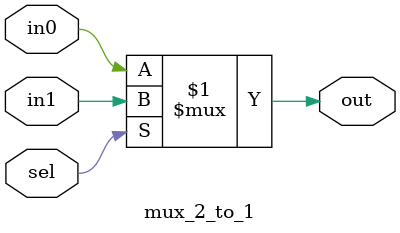
<source format=v>
module mux_2_to_1 (
                        input  wire  in0,
                        input  wire  in1,
                        input  wire  sel,
                        output wire  out              // the signal out is declared as reg since this has later been used as a proecdural continuous assignment
                  );
   
  
assign out = sel ? in1 : in0;
  
endmodule    
</source>
